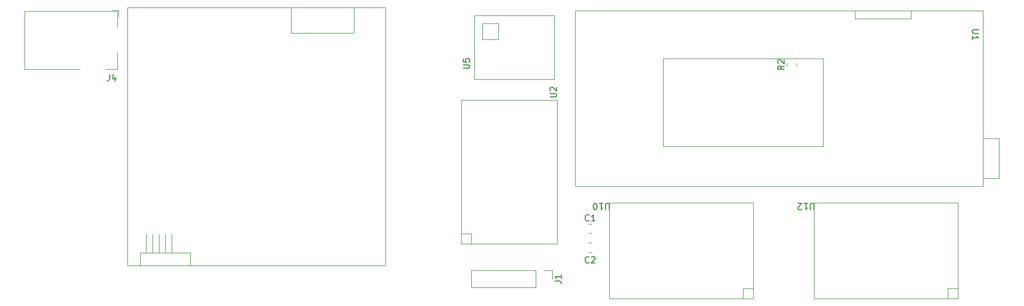
<source format=gbr>
%TF.GenerationSoftware,KiCad,Pcbnew,7.0.8-7.0.8~ubuntu20.04.1*%
%TF.CreationDate,2023-10-29T15:28:37+01:00*%
%TF.ProjectId,Hardware_2,48617264-7761-4726-955f-322e6b696361,rev?*%
%TF.SameCoordinates,Original*%
%TF.FileFunction,Legend,Top*%
%TF.FilePolarity,Positive*%
%FSLAX46Y46*%
G04 Gerber Fmt 4.6, Leading zero omitted, Abs format (unit mm)*
G04 Created by KiCad (PCBNEW 7.0.8-7.0.8~ubuntu20.04.1) date 2023-10-29 15:28:37*
%MOMM*%
%LPD*%
G01*
G04 APERTURE LIST*
%ADD10C,0.150000*%
%ADD11C,0.120000*%
G04 APERTURE END LIST*
D10*
X143633819Y-35061904D02*
X144443342Y-35061904D01*
X144443342Y-35061904D02*
X144538580Y-35014285D01*
X144538580Y-35014285D02*
X144586200Y-34966666D01*
X144586200Y-34966666D02*
X144633819Y-34871428D01*
X144633819Y-34871428D02*
X144633819Y-34680952D01*
X144633819Y-34680952D02*
X144586200Y-34585714D01*
X144586200Y-34585714D02*
X144538580Y-34538095D01*
X144538580Y-34538095D02*
X144443342Y-34490476D01*
X144443342Y-34490476D02*
X143633819Y-34490476D01*
X143729057Y-34061904D02*
X143681438Y-34014285D01*
X143681438Y-34014285D02*
X143633819Y-33919047D01*
X143633819Y-33919047D02*
X143633819Y-33680952D01*
X143633819Y-33680952D02*
X143681438Y-33585714D01*
X143681438Y-33585714D02*
X143729057Y-33538095D01*
X143729057Y-33538095D02*
X143824295Y-33490476D01*
X143824295Y-33490476D02*
X143919533Y-33490476D01*
X143919533Y-33490476D02*
X144062390Y-33538095D01*
X144062390Y-33538095D02*
X144633819Y-34109523D01*
X144633819Y-34109523D02*
X144633819Y-33490476D01*
X211695180Y-24348095D02*
X210885657Y-24348095D01*
X210885657Y-24348095D02*
X210790419Y-24395714D01*
X210790419Y-24395714D02*
X210742800Y-24443333D01*
X210742800Y-24443333D02*
X210695180Y-24538571D01*
X210695180Y-24538571D02*
X210695180Y-24729047D01*
X210695180Y-24729047D02*
X210742800Y-24824285D01*
X210742800Y-24824285D02*
X210790419Y-24871904D01*
X210790419Y-24871904D02*
X210885657Y-24919523D01*
X210885657Y-24919523D02*
X211695180Y-24919523D01*
X210695180Y-25919523D02*
X210695180Y-25348095D01*
X210695180Y-25633809D02*
X211695180Y-25633809D01*
X211695180Y-25633809D02*
X211552323Y-25538571D01*
X211552323Y-25538571D02*
X211457085Y-25443333D01*
X211457085Y-25443333D02*
X211409466Y-25348095D01*
X129834819Y-30491904D02*
X130644342Y-30491904D01*
X130644342Y-30491904D02*
X130739580Y-30444285D01*
X130739580Y-30444285D02*
X130787200Y-30396666D01*
X130787200Y-30396666D02*
X130834819Y-30301428D01*
X130834819Y-30301428D02*
X130834819Y-30110952D01*
X130834819Y-30110952D02*
X130787200Y-30015714D01*
X130787200Y-30015714D02*
X130739580Y-29968095D01*
X130739580Y-29968095D02*
X130644342Y-29920476D01*
X130644342Y-29920476D02*
X129834819Y-29920476D01*
X129834819Y-28968095D02*
X129834819Y-29444285D01*
X129834819Y-29444285D02*
X130311009Y-29491904D01*
X130311009Y-29491904D02*
X130263390Y-29444285D01*
X130263390Y-29444285D02*
X130215771Y-29349047D01*
X130215771Y-29349047D02*
X130215771Y-29110952D01*
X130215771Y-29110952D02*
X130263390Y-29015714D01*
X130263390Y-29015714D02*
X130311009Y-28968095D01*
X130311009Y-28968095D02*
X130406247Y-28920476D01*
X130406247Y-28920476D02*
X130644342Y-28920476D01*
X130644342Y-28920476D02*
X130739580Y-28968095D01*
X130739580Y-28968095D02*
X130787200Y-29015714D01*
X130787200Y-29015714D02*
X130834819Y-29110952D01*
X130834819Y-29110952D02*
X130834819Y-29349047D01*
X130834819Y-29349047D02*
X130787200Y-29444285D01*
X130787200Y-29444285D02*
X130739580Y-29491904D01*
X185538094Y-52966180D02*
X185538094Y-52156657D01*
X185538094Y-52156657D02*
X185490475Y-52061419D01*
X185490475Y-52061419D02*
X185442856Y-52013800D01*
X185442856Y-52013800D02*
X185347618Y-51966180D01*
X185347618Y-51966180D02*
X185157142Y-51966180D01*
X185157142Y-51966180D02*
X185061904Y-52013800D01*
X185061904Y-52013800D02*
X185014285Y-52061419D01*
X185014285Y-52061419D02*
X184966666Y-52156657D01*
X184966666Y-52156657D02*
X184966666Y-52966180D01*
X183966666Y-51966180D02*
X184538094Y-51966180D01*
X184252380Y-51966180D02*
X184252380Y-52966180D01*
X184252380Y-52966180D02*
X184347618Y-52823323D01*
X184347618Y-52823323D02*
X184442856Y-52728085D01*
X184442856Y-52728085D02*
X184538094Y-52680466D01*
X183585713Y-52870942D02*
X183538094Y-52918561D01*
X183538094Y-52918561D02*
X183442856Y-52966180D01*
X183442856Y-52966180D02*
X183204761Y-52966180D01*
X183204761Y-52966180D02*
X183109523Y-52918561D01*
X183109523Y-52918561D02*
X183061904Y-52870942D01*
X183061904Y-52870942D02*
X183014285Y-52775704D01*
X183014285Y-52775704D02*
X183014285Y-52680466D01*
X183014285Y-52680466D02*
X183061904Y-52537609D01*
X183061904Y-52537609D02*
X183633332Y-51966180D01*
X183633332Y-51966180D02*
X183014285Y-51966180D01*
X153038094Y-52966180D02*
X153038094Y-52156657D01*
X153038094Y-52156657D02*
X152990475Y-52061419D01*
X152990475Y-52061419D02*
X152942856Y-52013800D01*
X152942856Y-52013800D02*
X152847618Y-51966180D01*
X152847618Y-51966180D02*
X152657142Y-51966180D01*
X152657142Y-51966180D02*
X152561904Y-52013800D01*
X152561904Y-52013800D02*
X152514285Y-52061419D01*
X152514285Y-52061419D02*
X152466666Y-52156657D01*
X152466666Y-52156657D02*
X152466666Y-52966180D01*
X151466666Y-51966180D02*
X152038094Y-51966180D01*
X151752380Y-51966180D02*
X151752380Y-52966180D01*
X151752380Y-52966180D02*
X151847618Y-52823323D01*
X151847618Y-52823323D02*
X151942856Y-52728085D01*
X151942856Y-52728085D02*
X152038094Y-52680466D01*
X150847618Y-52966180D02*
X150752380Y-52966180D01*
X150752380Y-52966180D02*
X150657142Y-52918561D01*
X150657142Y-52918561D02*
X150609523Y-52870942D01*
X150609523Y-52870942D02*
X150561904Y-52775704D01*
X150561904Y-52775704D02*
X150514285Y-52585228D01*
X150514285Y-52585228D02*
X150514285Y-52347133D01*
X150514285Y-52347133D02*
X150561904Y-52156657D01*
X150561904Y-52156657D02*
X150609523Y-52061419D01*
X150609523Y-52061419D02*
X150657142Y-52013800D01*
X150657142Y-52013800D02*
X150752380Y-51966180D01*
X150752380Y-51966180D02*
X150847618Y-51966180D01*
X150847618Y-51966180D02*
X150942856Y-52013800D01*
X150942856Y-52013800D02*
X150990475Y-52061419D01*
X150990475Y-52061419D02*
X151038094Y-52156657D01*
X151038094Y-52156657D02*
X151085713Y-52347133D01*
X151085713Y-52347133D02*
X151085713Y-52585228D01*
X151085713Y-52585228D02*
X151038094Y-52775704D01*
X151038094Y-52775704D02*
X150990475Y-52870942D01*
X150990475Y-52870942D02*
X150942856Y-52918561D01*
X150942856Y-52918561D02*
X150847618Y-52966180D01*
X180804819Y-30079166D02*
X180328628Y-30412499D01*
X180804819Y-30650594D02*
X179804819Y-30650594D01*
X179804819Y-30650594D02*
X179804819Y-30269642D01*
X179804819Y-30269642D02*
X179852438Y-30174404D01*
X179852438Y-30174404D02*
X179900057Y-30126785D01*
X179900057Y-30126785D02*
X179995295Y-30079166D01*
X179995295Y-30079166D02*
X180138152Y-30079166D01*
X180138152Y-30079166D02*
X180233390Y-30126785D01*
X180233390Y-30126785D02*
X180281009Y-30174404D01*
X180281009Y-30174404D02*
X180328628Y-30269642D01*
X180328628Y-30269642D02*
X180328628Y-30650594D01*
X179900057Y-29698213D02*
X179852438Y-29650594D01*
X179852438Y-29650594D02*
X179804819Y-29555356D01*
X179804819Y-29555356D02*
X179804819Y-29317261D01*
X179804819Y-29317261D02*
X179852438Y-29222023D01*
X179852438Y-29222023D02*
X179900057Y-29174404D01*
X179900057Y-29174404D02*
X179995295Y-29126785D01*
X179995295Y-29126785D02*
X180090533Y-29126785D01*
X180090533Y-29126785D02*
X180233390Y-29174404D01*
X180233390Y-29174404D02*
X180804819Y-29745832D01*
X180804819Y-29745832D02*
X180804819Y-29126785D01*
X73666666Y-31454819D02*
X73666666Y-32169104D01*
X73666666Y-32169104D02*
X73619047Y-32311961D01*
X73619047Y-32311961D02*
X73523809Y-32407200D01*
X73523809Y-32407200D02*
X73380952Y-32454819D01*
X73380952Y-32454819D02*
X73285714Y-32454819D01*
X74571428Y-31788152D02*
X74571428Y-32454819D01*
X74333333Y-31407200D02*
X74095238Y-32121485D01*
X74095238Y-32121485D02*
X74714285Y-32121485D01*
X149833333Y-54679580D02*
X149785714Y-54727200D01*
X149785714Y-54727200D02*
X149642857Y-54774819D01*
X149642857Y-54774819D02*
X149547619Y-54774819D01*
X149547619Y-54774819D02*
X149404762Y-54727200D01*
X149404762Y-54727200D02*
X149309524Y-54631961D01*
X149309524Y-54631961D02*
X149261905Y-54536723D01*
X149261905Y-54536723D02*
X149214286Y-54346247D01*
X149214286Y-54346247D02*
X149214286Y-54203390D01*
X149214286Y-54203390D02*
X149261905Y-54012914D01*
X149261905Y-54012914D02*
X149309524Y-53917676D01*
X149309524Y-53917676D02*
X149404762Y-53822438D01*
X149404762Y-53822438D02*
X149547619Y-53774819D01*
X149547619Y-53774819D02*
X149642857Y-53774819D01*
X149642857Y-53774819D02*
X149785714Y-53822438D01*
X149785714Y-53822438D02*
X149833333Y-53870057D01*
X150785714Y-54774819D02*
X150214286Y-54774819D01*
X150500000Y-54774819D02*
X150500000Y-53774819D01*
X150500000Y-53774819D02*
X150404762Y-53917676D01*
X150404762Y-53917676D02*
X150309524Y-54012914D01*
X150309524Y-54012914D02*
X150214286Y-54060533D01*
X149833333Y-61359580D02*
X149785714Y-61407200D01*
X149785714Y-61407200D02*
X149642857Y-61454819D01*
X149642857Y-61454819D02*
X149547619Y-61454819D01*
X149547619Y-61454819D02*
X149404762Y-61407200D01*
X149404762Y-61407200D02*
X149309524Y-61311961D01*
X149309524Y-61311961D02*
X149261905Y-61216723D01*
X149261905Y-61216723D02*
X149214286Y-61026247D01*
X149214286Y-61026247D02*
X149214286Y-60883390D01*
X149214286Y-60883390D02*
X149261905Y-60692914D01*
X149261905Y-60692914D02*
X149309524Y-60597676D01*
X149309524Y-60597676D02*
X149404762Y-60502438D01*
X149404762Y-60502438D02*
X149547619Y-60454819D01*
X149547619Y-60454819D02*
X149642857Y-60454819D01*
X149642857Y-60454819D02*
X149785714Y-60502438D01*
X149785714Y-60502438D02*
X149833333Y-60550057D01*
X150214286Y-60550057D02*
X150261905Y-60502438D01*
X150261905Y-60502438D02*
X150357143Y-60454819D01*
X150357143Y-60454819D02*
X150595238Y-60454819D01*
X150595238Y-60454819D02*
X150690476Y-60502438D01*
X150690476Y-60502438D02*
X150738095Y-60550057D01*
X150738095Y-60550057D02*
X150785714Y-60645295D01*
X150785714Y-60645295D02*
X150785714Y-60740533D01*
X150785714Y-60740533D02*
X150738095Y-60883390D01*
X150738095Y-60883390D02*
X150166667Y-61454819D01*
X150166667Y-61454819D02*
X150785714Y-61454819D01*
X144404819Y-64333333D02*
X145119104Y-64333333D01*
X145119104Y-64333333D02*
X145261961Y-64380952D01*
X145261961Y-64380952D02*
X145357200Y-64476190D01*
X145357200Y-64476190D02*
X145404819Y-64619047D01*
X145404819Y-64619047D02*
X145404819Y-64714285D01*
X145404819Y-63333333D02*
X145404819Y-63904761D01*
X145404819Y-63619047D02*
X144404819Y-63619047D01*
X144404819Y-63619047D02*
X144547676Y-63714285D01*
X144547676Y-63714285D02*
X144642914Y-63809523D01*
X144642914Y-63809523D02*
X144690533Y-63904761D01*
D11*
%TO.C,U2*%
X129515000Y-58430000D02*
X131100000Y-58430000D01*
X131100000Y-58430000D02*
X131100000Y-56800000D01*
X131100000Y-56800000D02*
X129515000Y-56800000D01*
X129515000Y-56800000D02*
X129515000Y-58430000D01*
X129515000Y-58430000D02*
X144755000Y-58430000D01*
X144755000Y-58430000D02*
X144755000Y-35570000D01*
X144755000Y-35570000D02*
X129515000Y-35570000D01*
X129515000Y-35570000D02*
X129515000Y-58430000D01*
%TO.C,U1*%
X212420000Y-21300000D02*
X147650000Y-21300000D01*
X200990000Y-21300000D02*
X200990000Y-22570000D01*
X147650000Y-21300000D02*
X147650000Y-49240000D01*
X200990000Y-22570000D02*
X192100000Y-22570000D01*
X192100000Y-22570000D02*
X192100000Y-21300000D01*
X187020000Y-28920000D02*
X187020000Y-42890000D01*
X161620000Y-28920000D02*
X187020000Y-28920000D01*
X214960000Y-41620000D02*
X212420000Y-41620000D01*
X187020000Y-42890000D02*
X161620000Y-42890000D01*
X161620000Y-42890000D02*
X161620000Y-28920000D01*
X214960000Y-47970000D02*
X214960000Y-41620000D01*
X212420000Y-47970000D02*
X214960000Y-47970000D01*
X212420000Y-49240000D02*
X212420000Y-21300000D01*
X147650000Y-49240000D02*
X212420000Y-49240000D01*
%TO.C,U5*%
X132920000Y-25920000D02*
X135460000Y-25920000D01*
X135460000Y-25920000D02*
X135460000Y-23380000D01*
X135460000Y-23380000D02*
X132920000Y-23380000D01*
X132920000Y-23380000D02*
X132920000Y-25920000D01*
X144350000Y-32270000D02*
X131650000Y-32270000D01*
X131650000Y-32270000D02*
X131650000Y-22110000D01*
X131650000Y-22110000D02*
X144350000Y-22110000D01*
X144350000Y-22110000D02*
X144350000Y-32270000D01*
%TO.C,U12*%
X208430000Y-67085000D02*
X206800000Y-67085000D01*
X206800000Y-67085000D02*
X206800000Y-65500000D01*
X206800000Y-65500000D02*
X208430000Y-65500000D01*
X208430000Y-65500000D02*
X208430000Y-67085000D01*
X208430000Y-67085000D02*
X185570000Y-67085000D01*
X185570000Y-67085000D02*
X185570000Y-51845000D01*
X185570000Y-51845000D02*
X208430000Y-51845000D01*
X208430000Y-51845000D02*
X208430000Y-67085000D01*
%TO.C,U10*%
X175930000Y-67085000D02*
X174300000Y-67085000D01*
X174300000Y-67085000D02*
X174300000Y-65500000D01*
X174300000Y-65500000D02*
X175930000Y-65500000D01*
X175930000Y-65500000D02*
X175930000Y-67085000D01*
X175930000Y-67085000D02*
X153070000Y-67085000D01*
X153070000Y-67085000D02*
X153070000Y-51845000D01*
X153070000Y-51845000D02*
X175930000Y-51845000D01*
X175930000Y-51845000D02*
X175930000Y-67085000D01*
%TO.C,R2*%
X181265000Y-30139564D02*
X181265000Y-29685436D01*
X182735000Y-30139564D02*
X182735000Y-29685436D01*
%TO.C,J4*%
X74050000Y-21200000D02*
X75100000Y-21200000D01*
X75100000Y-22250000D02*
X75100000Y-21200000D01*
X69000000Y-30600000D02*
X60200000Y-30600000D01*
X74900000Y-21400000D02*
X74900000Y-24000000D01*
X74900000Y-27900000D02*
X74900000Y-30600000D01*
X74900000Y-30600000D02*
X73000000Y-30600000D01*
X60200000Y-30600000D02*
X60200000Y-21400000D01*
X60200000Y-21400000D02*
X74900000Y-21400000D01*
%TO.C,C1*%
X149738748Y-55265000D02*
X150261252Y-55265000D01*
X149738748Y-56735000D02*
X150261252Y-56735000D01*
%TO.C,U4*%
X76500000Y-20840000D02*
X117500000Y-20840000D01*
X117500000Y-20840000D02*
X117500000Y-61840000D01*
X117500000Y-61840000D02*
X76500000Y-61840000D01*
X76500000Y-61840000D02*
X76500000Y-20840000D01*
X112500000Y-20840000D02*
X102500000Y-20840000D01*
X102500000Y-20840000D02*
X102500000Y-24840000D01*
X102500000Y-24840000D02*
X112500000Y-24840000D01*
X112500000Y-24840000D02*
X112500000Y-20840000D01*
X78500000Y-61840000D02*
X86500000Y-61840000D01*
X86500000Y-61840000D02*
X86500000Y-59840000D01*
X86500000Y-59840000D02*
X78500000Y-59840000D01*
X78500000Y-59840000D02*
X78500000Y-61840000D01*
X80500000Y-59840000D02*
X80500000Y-56840000D01*
X79500000Y-59840000D02*
X79500000Y-56840000D01*
X83500000Y-59840000D02*
X83500000Y-56840000D01*
X82500000Y-59840000D02*
X82500000Y-56840000D01*
X81500000Y-59840000D02*
X81500000Y-56840000D01*
%TO.C,C2*%
X149738748Y-58265000D02*
X150261252Y-58265000D01*
X149738748Y-59735000D02*
X150261252Y-59735000D01*
%TO.C,J1*%
X141350000Y-65330000D02*
X131130000Y-65330000D01*
X143950000Y-62670000D02*
X143950000Y-64000000D01*
X141350000Y-62670000D02*
X131130000Y-62670000D01*
X131130000Y-62670000D02*
X131130000Y-65330000D01*
X141350000Y-62670000D02*
X141350000Y-65330000D01*
X142620000Y-62670000D02*
X143950000Y-62670000D01*
%TD*%
M02*

</source>
